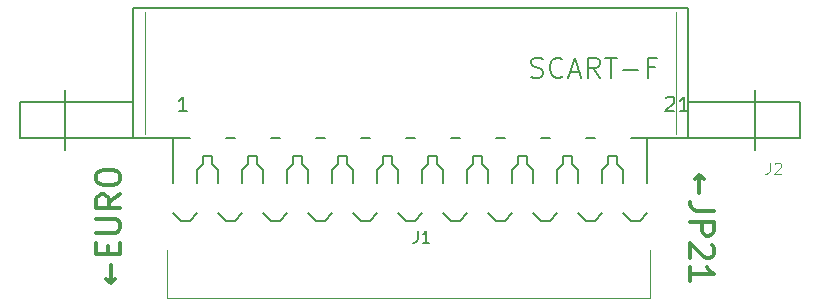
<source format=gto>
G04 #@! TF.GenerationSoftware,KiCad,Pcbnew,(5.1.0)-1*
G04 #@! TF.CreationDate,2019-08-12T13:57:41-04:00*
G04 #@! TF.ProjectId,JP21F_to_EUROM,4a503231-465f-4746-9f5f-4555524f4d2e,rev?*
G04 #@! TF.SameCoordinates,Original*
G04 #@! TF.FileFunction,Legend,Top*
G04 #@! TF.FilePolarity,Positive*
%FSLAX46Y46*%
G04 Gerber Fmt 4.6, Leading zero omitted, Abs format (unit mm)*
G04 Created by KiCad (PCBNEW (5.1.0)-1) date 2019-08-12 13:57:41*
%MOMM*%
%LPD*%
G04 APERTURE LIST*
%ADD10C,0.300000*%
%ADD11C,0.120000*%
%ADD12C,0.152400*%
%ADD13C,0.050800*%
%ADD14C,0.150000*%
%ADD15C,0.096520*%
%ADD16C,0.127000*%
%ADD17C,0.177800*%
G04 APERTURE END LIST*
D10*
X158257142Y-84995238D02*
X158257142Y-83471428D01*
X157876190Y-83852380D02*
X158257142Y-83471428D01*
X158638095Y-83852380D01*
X159495238Y-86519047D02*
X158066666Y-86519047D01*
X157780952Y-86423809D01*
X157590476Y-86233333D01*
X157495238Y-85947619D01*
X157495238Y-85757142D01*
X157495238Y-87471428D02*
X159495238Y-87471428D01*
X159495238Y-88233333D01*
X159400000Y-88423809D01*
X159304761Y-88519047D01*
X159114285Y-88614285D01*
X158828571Y-88614285D01*
X158638095Y-88519047D01*
X158542857Y-88423809D01*
X158447619Y-88233333D01*
X158447619Y-87471428D01*
X159304761Y-89376190D02*
X159400000Y-89471428D01*
X159495238Y-89661904D01*
X159495238Y-90138095D01*
X159400000Y-90328571D01*
X159304761Y-90423809D01*
X159114285Y-90519047D01*
X158923809Y-90519047D01*
X158638095Y-90423809D01*
X157495238Y-89280952D01*
X157495238Y-90519047D01*
X157495238Y-92423809D02*
X157495238Y-91280952D01*
X157495238Y-91852380D02*
X159495238Y-91852380D01*
X159209523Y-91661904D01*
X159019047Y-91471428D01*
X158923809Y-91280952D01*
X108442857Y-91138095D02*
X108442857Y-92661904D01*
X108823809Y-92280952D02*
X108442857Y-92661904D01*
X108061904Y-92280952D01*
X108157142Y-90185714D02*
X108157142Y-89519047D01*
X109204761Y-89233333D02*
X109204761Y-90185714D01*
X107204761Y-90185714D01*
X107204761Y-89233333D01*
X107204761Y-88376190D02*
X108823809Y-88376190D01*
X109014285Y-88280952D01*
X109109523Y-88185714D01*
X109204761Y-87995238D01*
X109204761Y-87614285D01*
X109109523Y-87423809D01*
X109014285Y-87328571D01*
X108823809Y-87233333D01*
X107204761Y-87233333D01*
X109204761Y-85138095D02*
X108252380Y-85804761D01*
X109204761Y-86280952D02*
X107204761Y-86280952D01*
X107204761Y-85519047D01*
X107300000Y-85328571D01*
X107395238Y-85233333D01*
X107585714Y-85138095D01*
X107871428Y-85138095D01*
X108061904Y-85233333D01*
X108157142Y-85328571D01*
X108252380Y-85519047D01*
X108252380Y-86280952D01*
X107204761Y-83900000D02*
X107204761Y-83519047D01*
X107300000Y-83328571D01*
X107490476Y-83138095D01*
X107871428Y-83042857D01*
X108538095Y-83042857D01*
X108919047Y-83138095D01*
X109109523Y-83328571D01*
X109204761Y-83519047D01*
X109204761Y-83900000D01*
X109109523Y-84090476D01*
X108919047Y-84280952D01*
X108538095Y-84376190D01*
X107871428Y-84376190D01*
X107490476Y-84280952D01*
X107300000Y-84090476D01*
X107204761Y-83900000D01*
D11*
X113150000Y-93840501D02*
X113150000Y-91300501D01*
X113150000Y-93840501D02*
X113150000Y-93904001D01*
X113150000Y-93904001D02*
X154044000Y-93904001D01*
X154044000Y-93904001D02*
X154044000Y-89840001D01*
X113150000Y-91300501D02*
X113150000Y-89840001D01*
D12*
X157295000Y-69351000D02*
X110305000Y-69351000D01*
X110305000Y-69351000D02*
X110305000Y-77352000D01*
X110305000Y-77352000D02*
X100780000Y-77352000D01*
X100780000Y-77352000D02*
X100780000Y-80400000D01*
X100780000Y-80400000D02*
X110305000Y-80400000D01*
X110305000Y-80400000D02*
X113734000Y-80400000D01*
X113734000Y-80400000D02*
X115131000Y-80400000D01*
X110305000Y-77352000D02*
X110305000Y-80400000D01*
D13*
X111321000Y-80019000D02*
X111321000Y-69732000D01*
D12*
X113734000Y-80400000D02*
X113734000Y-84210000D01*
X115131000Y-87385000D02*
X115766000Y-86750000D01*
X113734000Y-86750000D02*
X114369000Y-87385000D01*
X115766000Y-84210000D02*
X115766000Y-83067000D01*
X115766000Y-83067000D02*
X116274000Y-82559000D01*
X116274000Y-82559000D02*
X116274000Y-81924000D01*
X117036000Y-81924000D02*
X117036000Y-82559000D01*
X117036000Y-82559000D02*
X117544000Y-83067000D01*
X117544000Y-83067000D02*
X117544000Y-84210000D01*
X117544000Y-86750000D02*
X118179000Y-87385000D01*
X118179000Y-87385000D02*
X118941000Y-87385000D01*
X118941000Y-87385000D02*
X119576000Y-86750000D01*
X119576000Y-84210000D02*
X119576000Y-83067000D01*
X115131000Y-87385000D02*
X114369000Y-87385000D01*
X119576000Y-83067000D02*
X120084000Y-82559000D01*
X120846000Y-82559000D02*
X121354000Y-83067000D01*
X121354000Y-83067000D02*
X121354000Y-84210000D01*
X120084000Y-82559000D02*
X120084000Y-81924000D01*
X120846000Y-81924000D02*
X120846000Y-82559000D01*
X116274000Y-81924000D02*
X117036000Y-81924000D01*
X120084000Y-81924000D02*
X120846000Y-81924000D01*
X118179000Y-80400000D02*
X118941000Y-80400000D01*
X121989000Y-80400000D02*
X122751000Y-80400000D01*
X121354000Y-86750000D02*
X121989000Y-87385000D01*
X121989000Y-87385000D02*
X122751000Y-87385000D01*
X122751000Y-87385000D02*
X123386000Y-86750000D01*
X123386000Y-84210000D02*
X123386000Y-83067000D01*
X123386000Y-83067000D02*
X123894000Y-82559000D01*
X123894000Y-82559000D02*
X123894000Y-81924000D01*
X123894000Y-81924000D02*
X124656000Y-81924000D01*
X124656000Y-81924000D02*
X124656000Y-82559000D01*
X124656000Y-82559000D02*
X125164000Y-83067000D01*
X125164000Y-83067000D02*
X125164000Y-84210000D01*
X125164000Y-86750000D02*
X125799000Y-87385000D01*
X125799000Y-87385000D02*
X126561000Y-87385000D01*
X126561000Y-87385000D02*
X127196000Y-86750000D01*
X127196000Y-84210000D02*
X127196000Y-83067000D01*
X127196000Y-83067000D02*
X127704000Y-82559000D01*
X127704000Y-82559000D02*
X127704000Y-81924000D01*
X127704000Y-81924000D02*
X128466000Y-81924000D01*
X128466000Y-81924000D02*
X128466000Y-82559000D01*
X128466000Y-82559000D02*
X128974000Y-83067000D01*
X128974000Y-83067000D02*
X128974000Y-84210000D01*
X128974000Y-86750000D02*
X129609000Y-87385000D01*
X129609000Y-87385000D02*
X130371000Y-87385000D01*
X130371000Y-87385000D02*
X131006000Y-86750000D01*
X131006000Y-84210000D02*
X131006000Y-83067000D01*
X131006000Y-83067000D02*
X131514000Y-82559000D01*
X131514000Y-82559000D02*
X131514000Y-81924000D01*
X131514000Y-81924000D02*
X132276000Y-81924000D01*
X132276000Y-81924000D02*
X132276000Y-82559000D01*
X132276000Y-82559000D02*
X132784000Y-83067000D01*
X132784000Y-83067000D02*
X132784000Y-84210000D01*
X125799000Y-80400000D02*
X126561000Y-80400000D01*
X129609000Y-80400000D02*
X130371000Y-80400000D01*
X133419000Y-80400000D02*
X134181000Y-80400000D01*
X132784000Y-86750000D02*
X133419000Y-87385000D01*
X133419000Y-87385000D02*
X134181000Y-87385000D01*
X134181000Y-87385000D02*
X134816000Y-86750000D01*
X134816000Y-84210000D02*
X134816000Y-83067000D01*
X134816000Y-83067000D02*
X135324000Y-82559000D01*
X135324000Y-82559000D02*
X135324000Y-81924000D01*
X135324000Y-81924000D02*
X136086000Y-81924000D01*
X136086000Y-81924000D02*
X136086000Y-82559000D01*
X136086000Y-82559000D02*
X136594000Y-83067000D01*
X136594000Y-83067000D02*
X136594000Y-84210000D01*
X136594000Y-86750000D02*
X137229000Y-87385000D01*
X137229000Y-87385000D02*
X137991000Y-87385000D01*
X137991000Y-87385000D02*
X138626000Y-86750000D01*
X137229000Y-80400000D02*
X137991000Y-80400000D01*
X138626000Y-84210000D02*
X138626000Y-83067000D01*
X138626000Y-83067000D02*
X139134000Y-82559000D01*
X139134000Y-82559000D02*
X139134000Y-81924000D01*
X139134000Y-81924000D02*
X139896000Y-81924000D01*
X139896000Y-81924000D02*
X139896000Y-82559000D01*
X139896000Y-82559000D02*
X140404000Y-83067000D01*
X140404000Y-83067000D02*
X140404000Y-84210000D01*
X140404000Y-86750000D02*
X141039000Y-87385000D01*
X141039000Y-87385000D02*
X141801000Y-87385000D01*
X141801000Y-87385000D02*
X142436000Y-86750000D01*
X142436000Y-84210000D02*
X142436000Y-83067000D01*
X142436000Y-83067000D02*
X142944000Y-82559000D01*
X142944000Y-82559000D02*
X142944000Y-81924000D01*
X142944000Y-81924000D02*
X143706000Y-81924000D01*
X143706000Y-81924000D02*
X143706000Y-82559000D01*
X143706000Y-82559000D02*
X144214000Y-83067000D01*
X144214000Y-83067000D02*
X144214000Y-84210000D01*
X141039000Y-80400000D02*
X141801000Y-80400000D01*
X144214000Y-86750000D02*
X144849000Y-87385000D01*
X144849000Y-87385000D02*
X145611000Y-87385000D01*
X144849000Y-80400000D02*
X145611000Y-80400000D01*
X148659000Y-80400000D02*
X149421000Y-80400000D01*
X145611000Y-87385000D02*
X146246000Y-86750000D01*
X146246000Y-84210000D02*
X146246000Y-83067000D01*
X146246000Y-83067000D02*
X146754000Y-82559000D01*
X146754000Y-82559000D02*
X146754000Y-81924000D01*
X146754000Y-81924000D02*
X147516000Y-81924000D01*
X147516000Y-81924000D02*
X147516000Y-82559000D01*
X147516000Y-82559000D02*
X148024000Y-83067000D01*
X148024000Y-83067000D02*
X148024000Y-84210000D01*
X148024000Y-86750000D02*
X148659000Y-87385000D01*
X148659000Y-87385000D02*
X149421000Y-87385000D01*
X149421000Y-87385000D02*
X150056000Y-86750000D01*
X150056000Y-84210000D02*
X150056000Y-83067000D01*
X150056000Y-83067000D02*
X150564000Y-82559000D01*
X150564000Y-82559000D02*
X150564000Y-81924000D01*
X150564000Y-81924000D02*
X151326000Y-81924000D01*
X151326000Y-81924000D02*
X151326000Y-82559000D01*
X151326000Y-82559000D02*
X151834000Y-83067000D01*
X151834000Y-83067000D02*
X151834000Y-84210000D01*
X152469000Y-80400000D02*
X153866000Y-80400000D01*
X151834000Y-86750000D02*
X152469000Y-87385000D01*
X152469000Y-87385000D02*
X153231000Y-87385000D01*
X153231000Y-87385000D02*
X153866000Y-86750000D01*
X153866000Y-80400000D02*
X153866000Y-84210000D01*
X153866000Y-80400000D02*
X157295000Y-80400000D01*
X157295000Y-77352000D02*
X157295000Y-80400000D01*
X157295000Y-80400000D02*
X166820000Y-80400000D01*
X166820000Y-77352000D02*
X166820000Y-80400000D01*
X166820000Y-77352000D02*
X157295000Y-77352000D01*
X157295000Y-69351000D02*
X157295000Y-77352000D01*
D13*
X156279000Y-80019000D02*
X156279000Y-69732000D01*
D12*
X104590000Y-76336000D02*
X104590000Y-81416000D01*
X163010000Y-76336000D02*
X163010000Y-81416000D01*
D14*
X134406666Y-88212881D02*
X134406666Y-88927167D01*
X134359047Y-89070024D01*
X134263809Y-89165262D01*
X134120952Y-89212881D01*
X134025714Y-89212881D01*
X135406666Y-89212881D02*
X134835238Y-89212881D01*
X135120952Y-89212881D02*
X135120952Y-88212881D01*
X135025714Y-88355739D01*
X134930476Y-88450977D01*
X134835238Y-88498596D01*
D15*
X164213318Y-82436838D02*
X164213318Y-83126266D01*
X164167357Y-83264152D01*
X164075433Y-83356076D01*
X163937547Y-83402038D01*
X163845623Y-83402038D01*
X164626976Y-82528761D02*
X164672938Y-82482800D01*
X164764861Y-82436838D01*
X164994671Y-82436838D01*
X165086595Y-82482800D01*
X165132557Y-82528761D01*
X165178518Y-82620685D01*
X165178518Y-82712609D01*
X165132557Y-82850495D01*
X164581014Y-83402038D01*
X165178518Y-83402038D01*
D16*
X114862788Y-78056547D02*
X114173359Y-78056547D01*
X114518073Y-78056547D02*
X114518073Y-76850047D01*
X114403169Y-77022404D01*
X114288264Y-77137309D01*
X114173359Y-77194761D01*
X155448359Y-76964952D02*
X155505811Y-76907500D01*
X155620716Y-76850047D01*
X155907978Y-76850047D01*
X156022883Y-76907500D01*
X156080335Y-76964952D01*
X156137788Y-77079857D01*
X156137788Y-77194761D01*
X156080335Y-77367119D01*
X155390907Y-78056547D01*
X156137788Y-78056547D01*
X157286835Y-78056547D02*
X156597407Y-78056547D01*
X156942121Y-78056547D02*
X156942121Y-76850047D01*
X156827216Y-77022404D01*
X156712311Y-77137309D01*
X156597407Y-77194761D01*
D17*
X144016303Y-75159133D02*
X144257603Y-75239566D01*
X144659770Y-75239566D01*
X144820636Y-75159133D01*
X144901070Y-75078700D01*
X144981503Y-74917833D01*
X144981503Y-74756966D01*
X144901070Y-74596100D01*
X144820636Y-74515666D01*
X144659770Y-74435233D01*
X144338036Y-74354800D01*
X144177170Y-74274366D01*
X144096736Y-74193933D01*
X144016303Y-74033066D01*
X144016303Y-73872200D01*
X144096736Y-73711333D01*
X144177170Y-73630900D01*
X144338036Y-73550466D01*
X144740203Y-73550466D01*
X144981503Y-73630900D01*
X146670603Y-75078700D02*
X146590170Y-75159133D01*
X146348870Y-75239566D01*
X146188003Y-75239566D01*
X145946703Y-75159133D01*
X145785836Y-74998266D01*
X145705403Y-74837400D01*
X145624970Y-74515666D01*
X145624970Y-74274366D01*
X145705403Y-73952633D01*
X145785836Y-73791766D01*
X145946703Y-73630900D01*
X146188003Y-73550466D01*
X146348870Y-73550466D01*
X146590170Y-73630900D01*
X146670603Y-73711333D01*
X147314070Y-74756966D02*
X148118403Y-74756966D01*
X147153203Y-75239566D02*
X147716236Y-73550466D01*
X148279270Y-75239566D01*
X149807503Y-75239566D02*
X149244470Y-74435233D01*
X148842303Y-75239566D02*
X148842303Y-73550466D01*
X149485770Y-73550466D01*
X149646636Y-73630900D01*
X149727070Y-73711333D01*
X149807503Y-73872200D01*
X149807503Y-74113500D01*
X149727070Y-74274366D01*
X149646636Y-74354800D01*
X149485770Y-74435233D01*
X148842303Y-74435233D01*
X150290103Y-73550466D02*
X151255303Y-73550466D01*
X150772703Y-75239566D02*
X150772703Y-73550466D01*
X151818336Y-74596100D02*
X153105270Y-74596100D01*
X154472636Y-74354800D02*
X153909603Y-74354800D01*
X153909603Y-75239566D02*
X153909603Y-73550466D01*
X154713936Y-73550466D01*
M02*

</source>
